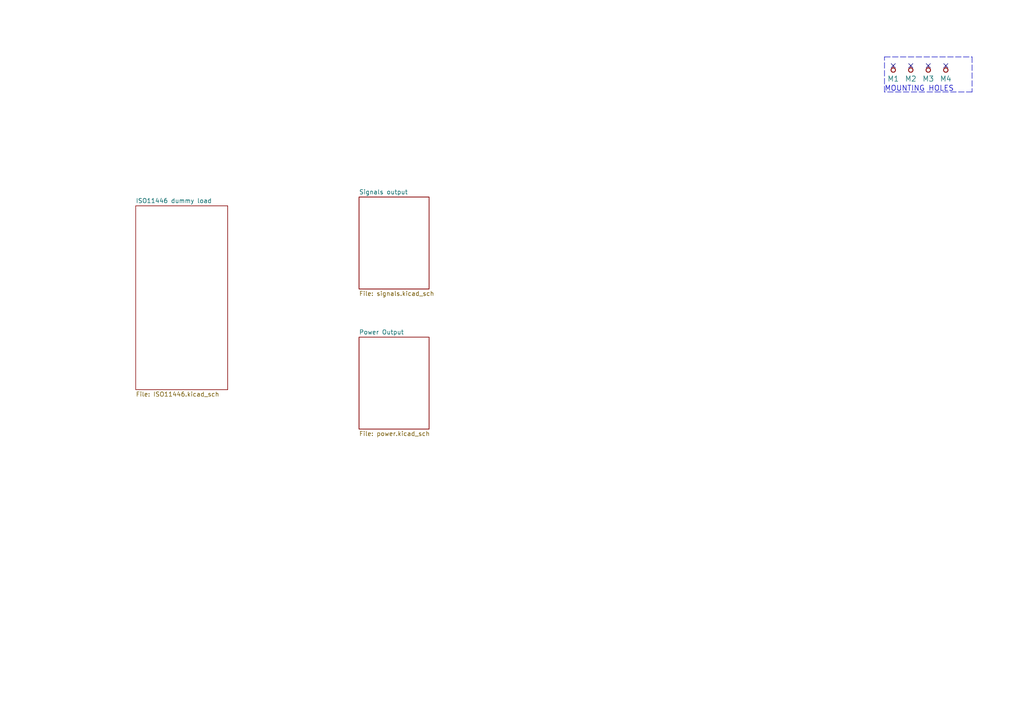
<source format=kicad_sch>
(kicad_sch (version 20211123) (generator eeschema)
  (paper "A4")
  (title_block (title "ISO11446PWR01") (date "%d. %m. %Y") (rev "A") (company "Mlab www.mlab.cz") (comment 1 "Car trailer emulator and\\nPower source with signals output"))
  (lib_symbols
    (symbol "mlab-default-rescue:HOLE" (pin_numbers hide) (pin_names (offset 1.016) hide)
      (property "Reference" "M" (at 0 2.54 0))
      (property "Value" "HOLE" (at 0 -2.54 0))
      (symbol "HOLE_0_1"
        (circle (center 0 0) (radius 0.635) (stroke (width 0.254)))
      )
      (symbol "HOLE_1_1"
        (pin input line (at 1.27 0 180) (length 0.635) (name "~") (number "1"))
      )
    )
  )
  (no_connect (at 274.32 19.05))
  (no_connect (at 259.08 19.05))
  (no_connect (at 269.24 19.05))
  (no_connect (at 264.16 19.05))
  (polyline (pts (xy 281.94 16.51) (xy 281.94 26.67)))
  (polyline (pts (xy 281.94 26.67) (xy 256.54 26.67)))
  (polyline (pts (xy 256.54 26.67) (xy 256.54 16.51)))
  (polyline (pts (xy 256.54 16.51) (xy 281.94 16.51)))
  (text "MOUNTING HOLES" (at 256.54 26.67 0) (effects (font (size 1.524 1.524)) (justify left bottom)))
  (symbol (lib_id "mlab-default-rescue:HOLE") (at 259.08 20.32 90) (unit 1)
    (property "Reference" "M1" (at 259.08 22.86 90) (effects (font (size 1.524 1.524))))
    (property "Value" "HOLE M3" (effects hide))
    (property "Footprint" "Mlab_Mechanical:MountingHole_3mm" (effects hide))
  )
  (symbol (lib_id "mlab-default-rescue:HOLE") (at 264.16 20.32 90) (unit 1)
    (property "Reference" "M2" (at 264.16 22.86 90) (effects (font (size 1.524 1.524))))
    (property "Value" "HOLE M3" (effects hide))
    (property "Footprint" "Mlab_Mechanical:MountingHole_3mm" (effects hide))
  )
  (symbol (lib_id "mlab-default-rescue:HOLE") (at 269.24 20.32 90) (unit 1)
    (property "Reference" "M3" (at 269.24 22.86 90) (effects (font (size 1.524 1.524))))
    (property "Value" "HOLE" (effects hide))
    (property "Footprint" "Mlab_Mechanical:MountingHole_3mm" (effects hide))
  )
  (symbol (lib_id "mlab-default-rescue:HOLE") (at 274.32 20.32 90) (unit 1)
    (property "Reference" "M4" (at 274.32 22.86 90) (effects (font (size 1.524 1.524))))
    (property "Value" "HOLE" (effects hide))
    (property "Footprint" "Mlab_Mechanical:MountingHole_3mm" (effects hide))
  )
  (sheet (at 104.14 97.79) (size 20.32 26.67) (stroke (width 0.1524))
    (property "Sheet name" "Power Output" (at 104.14 97.0784 0) (effects (justify left bottom)))
    (property "Sheet file" "power.kicad_sch" (at 104.14 125.0446 0) (effects (justify left top)))
  )
  (sheet (at 39.37 59.69) (size 26.67 53.34) (stroke (width 0.1524))
    (property "Sheet name" "ISO11446 dummy load" (at 39.37 58.9784 0) (effects (justify left bottom)))
    (property "Sheet file" "ISO11446.kicad_sch" (at 39.37 113.6146 0) (effects (justify left top)))
  )
  (sheet (at 104.14 57.15) (size 20.32 26.67) (stroke (width 0.1524))
    (property "Sheet name" "Signals output" (at 104.14 56.4384 0) (effects (justify left bottom)))
    (property "Sheet file" "signals.kicad_sch" (at 104.14 84.4046 0) (effects (justify left top)))
  )
)
</source>
